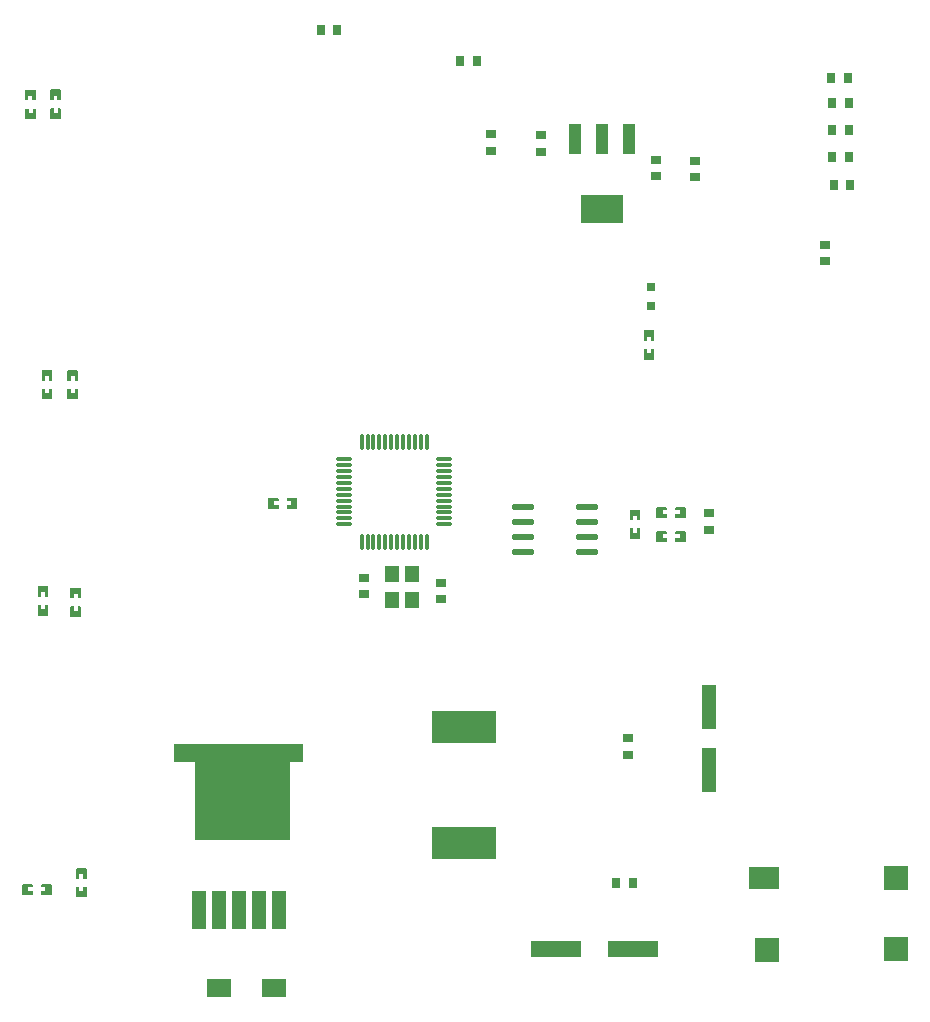
<source format=gtp>
G04 Layer: TopPasteMaskLayer*
G04 EasyEDA Pro v2.2.40.8, 2025-07-27 07:59:39*
G04 Gerber Generator version 0.3*
G04 Scale: 100 percent, Rotated: No, Reflected: No*
G04 Dimensions in millimeters*
G04 Leading zeros omitted, absolute positions, 4 integers and 5 decimals*
G04 Generated by one-click*
%FSLAX45Y45*%
%MOMM*%
%AMPolygonMacro1*4,1,8,-3.683,2.54,-5.461,2.54,-5.461,4.064,5.461,4.064,5.461,2.54,4.31749,2.54,4.31749,-4.064,-3.683,-4.064,-3.683,2.54,0*%
%ADD10R,0.8X0.9*%
%ADD11R,0.9X0.8*%
%ADD12R,2.04638X1.62001*%
%ADD13R,5.39999X2.79999*%
%ADD14R,0.8001X0.8001*%
%ADD15R,1.15001X3.19999*%
%ADD16C,0.7018*%
%ADD17PolygonMacro1*%
%ADD18R,1.1X2.49999*%
%ADD19R,3.59999X2.34*%
%ADD20O,0.27X1.5*%
%ADD21O,1.5X0.27*%
%ADD22R,1.2X1.4*%
%ADD23O,1.95021X0.5684*%
%ADD24R,4.19999X1.4*%
%ADD25R,1.2X3.79999*%
%ADD26R,2.1X2.0*%
%ADD27R,2.49999X1.9*%
%ADD28R,2.0X2.0*%
G75*


G04 PolygonModel Start*
G36*
G01X3675502Y-4552401D02*
G01X3595502Y-4552401D01*
G01X3590501Y-4557403D01*
G01X3590501Y-4580199D01*
G01X3627501Y-4580199D01*
G01X3627501Y-4613199D01*
G01X3590501Y-4613199D01*
G01X3590501Y-4637402D01*
G01X3595502Y-4642401D01*
G01X3675502Y-4642401D01*
G01X3680501Y-4637402D01*
G01X3680501Y-4557403D01*
G01X3675502Y-4552401D01*
G37*
G36*
G01X3436498Y-4642399D02*
G01X3516498Y-4642399D01*
G01X3521499Y-4637397D01*
G01X3521499Y-4614601D01*
G01X3484499Y-4614601D01*
G01X3484499Y-4581601D01*
G01X3521499Y-4581601D01*
G01X3521499Y-4557398D01*
G01X3516498Y-4552399D01*
G01X3436498Y-4552399D01*
G01X3431499Y-4557398D01*
G01X3431499Y-4637397D01*
G01X3436498Y-4642399D01*
G37*
G36*
G01X6614549Y-3137904D02*
G01X6614549Y-3217904D01*
G01X6619550Y-3222905D01*
G01X6642346Y-3222905D01*
G01X6642346Y-3185905D01*
G01X6675346Y-3185905D01*
G01X6675346Y-3222905D01*
G01X6699550Y-3222905D01*
G01X6704548Y-3217904D01*
G01X6704548Y-3137904D01*
G01X6699550Y-3132905D01*
G01X6619550Y-3132905D01*
G01X6614549Y-3137904D01*
G37*
G36*
G01X6704546Y-3376908D02*
G01X6704546Y-3296908D01*
G01X6699545Y-3291907D01*
G01X6676748Y-3291907D01*
G01X6676748Y-3328907D01*
G01X6643748Y-3328907D01*
G01X6643748Y-3291907D01*
G01X6619545Y-3291907D01*
G01X6614546Y-3296908D01*
G01X6614546Y-3376908D01*
G01X6619545Y-3381906D01*
G01X6699545Y-3381906D01*
G01X6704546Y-3376908D01*
G37*
G36*
G01X1595028Y-7821087D02*
G01X1515028Y-7821087D01*
G01X1510026Y-7826088D01*
G01X1510026Y-7848884D01*
G01X1547027Y-7848884D01*
G01X1547027Y-7881884D01*
G01X1510026Y-7881884D01*
G01X1510026Y-7906088D01*
G01X1515028Y-7911087D01*
G01X1595028Y-7911087D01*
G01X1600026Y-7906088D01*
G01X1600026Y-7826088D01*
G01X1595028Y-7821087D01*
G37*
G36*
G01X1356024Y-7911084D02*
G01X1436024Y-7911084D01*
G01X1441025Y-7906083D01*
G01X1441025Y-7883286D01*
G01X1404025Y-7883286D01*
G01X1404025Y-7850287D01*
G01X1441025Y-7850287D01*
G01X1441025Y-7826083D01*
G01X1436024Y-7821084D01*
G01X1356024Y-7821084D01*
G01X1351025Y-7826083D01*
G01X1351025Y-7906083D01*
G01X1356024Y-7911084D01*
G37*
G36*
G01X1896745Y-7930002D02*
G01X1896745Y-7850002D01*
G01X1891744Y-7845001D01*
G01X1868947Y-7845001D01*
G01X1868947Y-7882001D01*
G01X1835948Y-7882001D01*
G01X1835948Y-7845001D01*
G01X1811744Y-7845001D01*
G01X1806745Y-7850002D01*
G01X1806745Y-7930002D01*
G01X1811744Y-7935001D01*
G01X1891744Y-7935001D01*
G01X1896745Y-7930002D01*
G37*
G36*
G01X1806748Y-7690998D02*
G01X1806748Y-7770998D01*
G01X1811749Y-7775999D01*
G01X1834546Y-7775999D01*
G01X1834546Y-7738999D01*
G01X1867545Y-7738999D01*
G01X1867545Y-7775999D01*
G01X1891749Y-7775999D01*
G01X1896748Y-7770998D01*
G01X1896748Y-7690998D01*
G01X1891749Y-7685999D01*
G01X1811749Y-7685999D01*
G01X1806748Y-7690998D01*
G37*
G36*
G01X1482316Y-5303830D02*
G01X1482316Y-5383830D01*
G01X1487317Y-5388831D01*
G01X1510113Y-5388831D01*
G01X1510113Y-5351831D01*
G01X1543113Y-5351831D01*
G01X1543113Y-5388831D01*
G01X1567317Y-5388831D01*
G01X1572315Y-5383830D01*
G01X1572315Y-5303830D01*
G01X1567317Y-5298831D01*
G01X1487317Y-5298831D01*
G01X1482316Y-5303830D01*
G37*
G36*
G01X1572313Y-5542834D02*
G01X1572313Y-5462834D01*
G01X1567312Y-5457833D01*
G01X1544515Y-5457833D01*
G01X1544515Y-5494833D01*
G01X1511516Y-5494833D01*
G01X1511516Y-5457833D01*
G01X1487312Y-5457833D01*
G01X1482313Y-5462834D01*
G01X1482313Y-5542834D01*
G01X1487312Y-5547832D01*
G01X1567312Y-5547832D01*
G01X1572313Y-5542834D01*
G37*
G36*
G01X1849503Y-5555102D02*
G01X1849503Y-5475102D01*
G01X1844502Y-5470101D01*
G01X1821706Y-5470101D01*
G01X1821706Y-5507101D01*
G01X1788706Y-5507101D01*
G01X1788706Y-5470101D01*
G01X1764502Y-5470101D01*
G01X1759504Y-5475102D01*
G01X1759504Y-5555102D01*
G01X1764502Y-5560101D01*
G01X1844502Y-5560101D01*
G01X1849503Y-5555102D01*
G37*
G36*
G01X1759506Y-5316098D02*
G01X1759506Y-5396098D01*
G01X1764507Y-5401099D01*
G01X1787304Y-5401099D01*
G01X1787304Y-5364099D01*
G01X1820304Y-5364099D01*
G01X1820304Y-5401099D01*
G01X1844507Y-5401099D01*
G01X1849506Y-5396098D01*
G01X1849506Y-5316098D01*
G01X1844507Y-5311099D01*
G01X1764507Y-5311099D01*
G01X1759506Y-5316098D01*
G37*
G36*
G01X1517759Y-3474598D02*
G01X1517759Y-3554598D01*
G01X1522761Y-3559599D01*
G01X1545557Y-3559599D01*
G01X1545557Y-3522599D01*
G01X1578557Y-3522599D01*
G01X1578557Y-3559599D01*
G01X1602760Y-3559599D01*
G01X1607759Y-3554598D01*
G01X1607759Y-3474598D01*
G01X1602760Y-3469599D01*
G01X1522761Y-3469599D01*
G01X1517759Y-3474598D01*
G37*
G36*
G01X1607757Y-3713602D02*
G01X1607757Y-3633602D01*
G01X1602755Y-3628601D01*
G01X1579959Y-3628601D01*
G01X1579959Y-3665601D01*
G01X1546959Y-3665601D01*
G01X1546959Y-3628601D01*
G01X1522756Y-3628601D01*
G01X1517757Y-3633602D01*
G01X1517757Y-3713602D01*
G01X1522756Y-3718601D01*
G01X1602755Y-3718601D01*
G01X1607757Y-3713602D01*
G37*
G36*
G01X1823657Y-3713602D02*
G01X1823657Y-3633602D01*
G01X1818655Y-3628601D01*
G01X1795859Y-3628601D01*
G01X1795859Y-3665601D01*
G01X1762859Y-3665601D01*
G01X1762859Y-3628601D01*
G01X1738656Y-3628601D01*
G01X1733657Y-3633602D01*
G01X1733657Y-3713602D01*
G01X1738656Y-3718601D01*
G01X1818655Y-3718601D01*
G01X1823657Y-3713602D01*
G37*
G36*
G01X1733659Y-3474598D02*
G01X1733659Y-3554598D01*
G01X1738661Y-3559599D01*
G01X1761457Y-3559599D01*
G01X1761457Y-3522599D01*
G01X1794457Y-3522599D01*
G01X1794457Y-3559599D01*
G01X1818660Y-3559599D01*
G01X1823659Y-3554598D01*
G01X1823659Y-3474598D01*
G01X1818660Y-3469599D01*
G01X1738661Y-3469599D01*
G01X1733659Y-3474598D01*
G37*
G36*
G01X1376842Y-1101496D02*
G01X1376842Y-1181496D01*
G01X1381843Y-1186497D01*
G01X1404640Y-1186497D01*
G01X1404640Y-1149497D01*
G01X1437639Y-1149497D01*
G01X1437639Y-1186497D01*
G01X1461843Y-1186497D01*
G01X1466842Y-1181496D01*
G01X1466842Y-1101496D01*
G01X1461843Y-1096498D01*
G01X1381843Y-1096498D01*
G01X1376842Y-1101496D01*
G37*
G36*
G01X1466839Y-1340500D02*
G01X1466839Y-1260500D01*
G01X1461838Y-1255499D01*
G01X1439042Y-1255499D01*
G01X1439042Y-1292499D01*
G01X1406042Y-1292499D01*
G01X1406042Y-1255499D01*
G01X1381838Y-1255499D01*
G01X1376840Y-1260500D01*
G01X1376840Y-1340500D01*
G01X1381838Y-1345499D01*
G01X1461838Y-1345499D01*
G01X1466839Y-1340500D01*
G37*
G36*
G01X1678824Y-1336904D02*
G01X1678824Y-1256904D01*
G01X1673823Y-1251902D01*
G01X1651026Y-1251902D01*
G01X1651026Y-1288903D01*
G01X1618026Y-1288903D01*
G01X1618026Y-1251902D01*
G01X1593823Y-1251902D01*
G01X1588824Y-1256904D01*
G01X1588824Y-1336904D01*
G01X1593823Y-1341902D01*
G01X1673823Y-1341902D01*
G01X1678824Y-1336904D01*
G37*
G36*
G01X1588827Y-1097900D02*
G01X1588827Y-1177900D01*
G01X1593828Y-1182901D01*
G01X1616624Y-1182901D01*
G01X1616624Y-1145901D01*
G01X1649624Y-1145901D01*
G01X1649624Y-1182901D01*
G01X1673828Y-1182901D01*
G01X1678826Y-1177900D01*
G01X1678826Y-1097900D01*
G01X1673828Y-1092901D01*
G01X1593828Y-1092901D01*
G01X1588827Y-1097900D01*
G37*
G36*
G01X6964802Y-4628601D02*
G01X6884802Y-4628601D01*
G01X6879801Y-4633603D01*
G01X6879801Y-4656399D01*
G01X6916801Y-4656399D01*
G01X6916801Y-4689399D01*
G01X6879801Y-4689399D01*
G01X6879801Y-4713602D01*
G01X6884802Y-4718601D01*
G01X6964802Y-4718601D01*
G01X6969801Y-4713602D01*
G01X6969801Y-4633603D01*
G01X6964802Y-4628601D01*
G37*
G36*
G01X6725798Y-4718599D02*
G01X6805798Y-4718599D01*
G01X6810799Y-4713597D01*
G01X6810799Y-4690801D01*
G01X6773799Y-4690801D01*
G01X6773799Y-4657801D01*
G01X6810799Y-4657801D01*
G01X6810799Y-4633598D01*
G01X6805798Y-4628599D01*
G01X6725798Y-4628599D01*
G01X6720799Y-4633598D01*
G01X6720799Y-4713597D01*
G01X6725798Y-4718599D01*
G37*
G36*
G01X6495501Y-4655698D02*
G01X6495501Y-4735698D01*
G01X6500503Y-4740699D01*
G01X6523299Y-4740699D01*
G01X6523299Y-4703699D01*
G01X6556299Y-4703699D01*
G01X6556299Y-4740699D01*
G01X6580502Y-4740699D01*
G01X6585501Y-4735698D01*
G01X6585501Y-4655698D01*
G01X6580502Y-4650699D01*
G01X6500503Y-4650699D01*
G01X6495501Y-4655698D01*
G37*
G36*
G01X6585499Y-4894702D02*
G01X6585499Y-4814702D01*
G01X6580497Y-4809701D01*
G01X6557701Y-4809701D01*
G01X6557701Y-4846701D01*
G01X6524701Y-4846701D01*
G01X6524701Y-4809701D01*
G01X6500498Y-4809701D01*
G01X6495499Y-4814702D01*
G01X6495499Y-4894702D01*
G01X6500498Y-4899701D01*
G01X6580497Y-4899701D01*
G01X6585499Y-4894702D01*
G37*
G36*
G01X6725798Y-4921799D02*
G01X6805798Y-4921799D01*
G01X6810799Y-4916797D01*
G01X6810799Y-4894001D01*
G01X6773799Y-4894001D01*
G01X6773799Y-4861001D01*
G01X6810799Y-4861001D01*
G01X6810799Y-4836798D01*
G01X6805798Y-4831799D01*
G01X6725798Y-4831799D01*
G01X6720799Y-4836798D01*
G01X6720799Y-4916797D01*
G01X6725798Y-4921799D01*
G37*
G36*
G01X6964802Y-4831801D02*
G01X6884802Y-4831801D01*
G01X6879801Y-4836803D01*
G01X6879801Y-4859599D01*
G01X6916801Y-4859599D01*
G01X6916801Y-4892599D01*
G01X6879801Y-4892599D01*
G01X6879801Y-4916802D01*
G01X6884802Y-4921801D01*
G01X6964802Y-4921801D01*
G01X6969801Y-4916802D01*
G01X6969801Y-4836803D01*
G01X6964802Y-4831801D01*
G37*

G04 Pad Start*
G54D10*
G01X6521597Y-7810504D03*
G01X6381593Y-7810504D03*
G54D11*
G01X6477004Y-6584803D03*
G01X6477004Y-6724807D03*
G01X5321172Y-1614492D03*
G01X5321172Y-1474487D03*
G01X5746774Y-1620994D03*
G01X5746774Y-1480990D03*
G01X6718172Y-1830087D03*
G01X6718172Y-1690082D03*
G01X7048621Y-1835336D03*
G01X7048621Y-1695331D03*
G54D10*
G01X8210398Y-1435100D03*
G01X8350402Y-1435100D03*
G01X8223098Y-1905000D03*
G01X8363102Y-1905000D03*
G01X8200804Y-996946D03*
G01X8340809Y-996946D03*
G54D11*
G01X4248152Y-5225903D03*
G01X4248152Y-5365907D03*
G01X4895848Y-5410200D03*
G01X4895848Y-5270195D03*
G54D10*
G01X3879698Y-586795D03*
G01X4019702Y-586795D03*
G01X8210398Y-1206500D03*
G01X8350402Y-1206500D03*
G01X8210398Y-1663700D03*
G01X8350402Y-1663700D03*
G54D12*
G01X3481591Y-8700210D03*
G01X3020809Y-8702090D03*
G54D13*
G01X5092700Y-7474991D03*
G01X5092700Y-6495009D03*
G54D14*
G01X6673263Y-2923396D03*
G01X6672755Y-2763376D03*
G54D15*
G01X3528060Y-8040774D03*
G01X3357880Y-8040774D03*
G01X3017520Y-8040774D03*
G01X3187700Y-8040774D03*
G01X2847340Y-8040774D03*
G54D17*
G01X3187700Y-7039226D03*
G54D18*
G01X6490969Y-1513890D03*
G01X6260972Y-1513890D03*
G01X6030975Y-1513890D03*
G54D19*
G01X6260972Y-2107882D03*
G54D20*
G01X4224994Y-4924993D03*
G01X4275007Y-4924993D03*
G01X4324994Y-4924993D03*
G01X4375006Y-4924993D03*
G01X4424994Y-4924993D03*
G01X4475006Y-4924993D03*
G01X4524993Y-4924993D03*
G01X4575006Y-4924993D03*
G01X4624993Y-4924993D03*
G01X4675006Y-4924993D03*
G01X4724993Y-4924993D03*
G01X4775006Y-4924993D03*
G54D21*
G01X4924993Y-4775006D03*
G01X4924993Y-4724993D03*
G01X4924993Y-4675006D03*
G01X4924993Y-4624993D03*
G01X4924993Y-4575006D03*
G01X4924993Y-4524993D03*
G01X4924993Y-4475006D03*
G01X4924993Y-4424994D03*
G01X4924993Y-4375006D03*
G01X4924993Y-4324994D03*
G01X4924993Y-4275007D03*
G01X4924993Y-4224994D03*
G54D20*
G01X4775006Y-4075007D03*
G01X4724993Y-4075007D03*
G01X4675006Y-4075007D03*
G01X4624993Y-4075007D03*
G01X4575006Y-4075007D03*
G01X4524993Y-4075007D03*
G01X4475006Y-4075007D03*
G01X4424994Y-4075007D03*
G01X4375006Y-4075007D03*
G01X4324994Y-4075007D03*
G01X4275007Y-4075007D03*
G01X4224994Y-4075007D03*
G54D21*
G01X4075007Y-4224994D03*
G01X4075007Y-4275007D03*
G01X4075007Y-4324994D03*
G01X4075007Y-4375006D03*
G01X4075007Y-4424994D03*
G01X4075007Y-4475006D03*
G01X4075007Y-4524993D03*
G01X4075007Y-4575006D03*
G01X4075007Y-4624993D03*
G01X4075007Y-4675006D03*
G01X4075007Y-4724993D03*
G01X4075007Y-4775006D03*
G54D22*
G01X4651932Y-5419877D03*
G01X4651932Y-5199863D03*
G01X4481930Y-5199863D03*
G01X4481930Y-5419877D03*
G54D10*
G01X5060798Y-850900D03*
G01X5200802Y-850900D03*
G54D11*
G01X8150805Y-2406498D03*
G01X8150805Y-2546502D03*
G01X7162804Y-4679803D03*
G01X7162804Y-4819807D03*
G54D23*
G01X5590483Y-4630598D03*
G01X5590483Y-4757598D03*
G01X5590483Y-4884598D03*
G01X5590483Y-5011598D03*
G01X6131503Y-4630598D03*
G01X6131503Y-4757598D03*
G01X6131503Y-4884598D03*
G01X6131503Y-5011598D03*
G54D24*
G01X6524320Y-8369300D03*
G01X5870880Y-8369300D03*
G54D25*
G01X7162825Y-6324295D03*
G01X7162825Y-6858305D03*
G54D26*
G01X8748799Y-7767347D03*
G54D27*
G01X7628801Y-7767347D03*
G54D28*
G01X7653820Y-8377328D03*
G54D26*
G01X8748799Y-8367345D03*
G04 Pad End*

M02*


</source>
